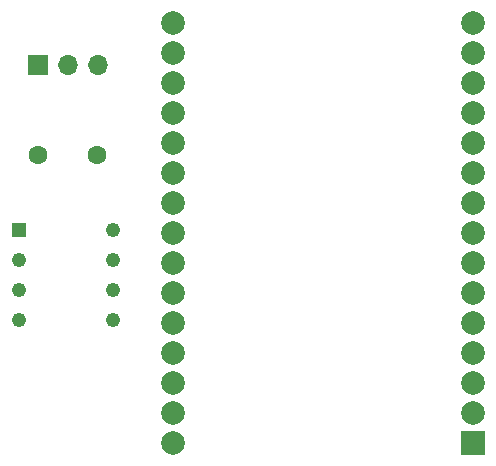
<source format=gbr>
%TF.GenerationSoftware,KiCad,Pcbnew,7.0.2-0*%
%TF.CreationDate,2023-09-29T11:13:34+09:30*%
%TF.ProjectId,ESP32DMX,45535033-3244-44d5-982e-6b696361645f,rev?*%
%TF.SameCoordinates,Original*%
%TF.FileFunction,Copper,L2,Bot*%
%TF.FilePolarity,Positive*%
%FSLAX46Y46*%
G04 Gerber Fmt 4.6, Leading zero omitted, Abs format (unit mm)*
G04 Created by KiCad (PCBNEW 7.0.2-0) date 2023-09-29 11:13:34*
%MOMM*%
%LPD*%
G01*
G04 APERTURE LIST*
%TA.AperFunction,ComponentPad*%
%ADD10R,2.000000X2.000000*%
%TD*%
%TA.AperFunction,ComponentPad*%
%ADD11C,2.000000*%
%TD*%
%TA.AperFunction,ComponentPad*%
%ADD12R,1.210000X1.210000*%
%TD*%
%TA.AperFunction,ComponentPad*%
%ADD13C,1.210000*%
%TD*%
%TA.AperFunction,ComponentPad*%
%ADD14C,1.600000*%
%TD*%
%TA.AperFunction,ComponentPad*%
%ADD15R,1.700000X1.700000*%
%TD*%
%TA.AperFunction,ComponentPad*%
%ADD16O,1.700000X1.700000*%
%TD*%
G04 APERTURE END LIST*
D10*
%TO.P,U1,1,3V3*%
%TO.N,unconnected-(U1-3V3-Pad1)*%
X93980000Y-101875000D03*
D11*
%TO.P,U1,2,GND*%
%TO.N,GND*%
X93980000Y-99335000D03*
%TO.P,U1,3,D15*%
%TO.N,unconnected-(U1-D15-Pad3)*%
X93980000Y-96795000D03*
%TO.P,U1,4,D2*%
%TO.N,unconnected-(U1-D2-Pad4)*%
X93980000Y-94255000D03*
%TO.P,U1,5,D4*%
%TO.N,unconnected-(U1-D4-Pad5)*%
X93980000Y-91715000D03*
%TO.P,U1,6,RX2*%
%TO.N,unconnected-(U1-RX2-Pad6)*%
X93980000Y-89175000D03*
%TO.P,U1,7,TX2*%
%TO.N,unconnected-(U1-TX2-Pad7)*%
X93980000Y-86635000D03*
%TO.P,U1,8,D5*%
%TO.N,unconnected-(U1-D5-Pad8)*%
X93980000Y-84095000D03*
%TO.P,U1,9,D18*%
%TO.N,unconnected-(U1-D18-Pad9)*%
X93980000Y-81555000D03*
%TO.P,U1,10,D19*%
%TO.N,unconnected-(U1-D19-Pad10)*%
X93980000Y-79015000D03*
%TO.P,U1,11,D21*%
%TO.N,unconnected-(U1-D21-Pad11)*%
X93980000Y-76475000D03*
%TO.P,U1,12,RX0*%
%TO.N,unconnected-(U1-RX0-Pad12)*%
X93980000Y-73935000D03*
%TO.P,U1,13,TX0*%
%TO.N,unconnected-(U1-TX0-Pad13)*%
X93980000Y-71395000D03*
%TO.P,U1,14,D22*%
%TO.N,unconnected-(U1-D22-Pad14)*%
X93980000Y-68855000D03*
%TO.P,U1,15,D23*%
%TO.N,unconnected-(U1-D23-Pad15)*%
X93980000Y-66315000D03*
%TO.P,U1,30,VIN*%
%TO.N,+5V*%
X68580000Y-101875000D03*
%TO.P,U1,29,GND*%
%TO.N,GND*%
X68580000Y-99335000D03*
%TO.P,U1,28,D13*%
%TO.N,unconnected-(U1-D13-Pad28)*%
X68580000Y-96795000D03*
%TO.P,U1,27,D12*%
%TO.N,unconnected-(U1-D12-Pad27)*%
X68580000Y-94255000D03*
%TO.P,U1,26,D14*%
%TO.N,/DMX_DATA*%
X68580000Y-91715000D03*
%TO.P,U1,25,D27*%
%TO.N,unconnected-(U1-D27-Pad25)*%
X68580000Y-89175000D03*
%TO.P,U1,24,D26*%
%TO.N,unconnected-(U1-D26-Pad24)*%
X68580000Y-86635000D03*
%TO.P,U1,23,D25*%
%TO.N,unconnected-(U1-D25-Pad23)*%
X68580000Y-84095000D03*
%TO.P,U1,22,D33*%
%TO.N,unconnected-(U1-D33-Pad22)*%
X68580000Y-81555000D03*
%TO.P,U1,21,D32*%
%TO.N,unconnected-(U1-D32-Pad21)*%
X68580000Y-79015000D03*
%TO.P,U1,20,D35*%
%TO.N,unconnected-(U1-D35-Pad20)*%
X68580000Y-76475000D03*
%TO.P,U1,19,D34*%
%TO.N,unconnected-(U1-D34-Pad19)*%
X68580000Y-73935000D03*
%TO.P,U1,18,VN*%
%TO.N,unconnected-(U1-VN-Pad18)*%
X68580000Y-71395000D03*
%TO.P,U1,17,VP*%
%TO.N,unconnected-(U1-VP-Pad17)*%
X68580000Y-68855000D03*
%TO.P,U1,16,EN*%
%TO.N,unconnected-(U1-EN-Pad16)*%
X68580000Y-66315000D03*
%TD*%
D12*
%TO.P,U2,1,RO*%
%TO.N,unconnected-(U2-RO-Pad1)*%
X55560000Y-83820000D03*
D13*
%TO.P,U2,2,~{RE}*%
%TO.N,+5V*%
X55560000Y-86360000D03*
%TO.P,U2,3,DE*%
X55560000Y-88900000D03*
%TO.P,U2,4,DI*%
%TO.N,/DMX_DATA*%
X55560000Y-91440000D03*
%TO.P,U2,5,GND*%
%TO.N,GND*%
X63500000Y-91440000D03*
%TO.P,U2,6,A*%
%TO.N,/XLR_PIN3*%
X63500000Y-88900000D03*
%TO.P,U2,7,B*%
%TO.N,/XLR_PIN2*%
X63500000Y-86360000D03*
%TO.P,U2,8,VCC*%
%TO.N,+5V*%
X63500000Y-83820000D03*
%TD*%
D14*
%TO.P,C1,1*%
%TO.N,+5V*%
X57190000Y-77470000D03*
%TO.P,C1,2*%
%TO.N,GND*%
X62190000Y-77470000D03*
%TD*%
D15*
%TO.P,J1,1,Pin_1*%
%TO.N,GND*%
X57150000Y-69850000D03*
D16*
%TO.P,J1,2,Pin_2*%
%TO.N,/XLR_PIN2*%
X59690000Y-69850000D03*
%TO.P,J1,3,Pin_3*%
%TO.N,/XLR_PIN3*%
X62230000Y-69850000D03*
%TD*%
M02*

</source>
